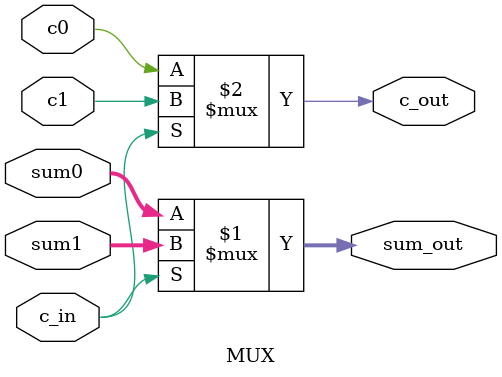
<source format=v>
`timescale 1ns / 1ps


module MUX(
    output [3:0] sum_out,
    output c_out,
    input [3:0] sum0, sum1,
    input c0, c1,
    input c_in
);
    assign sum_out = (c_in) ? sum1 : sum0;
    assign c_out   = (c_in) ? c1   : c0;
endmodule
</source>
